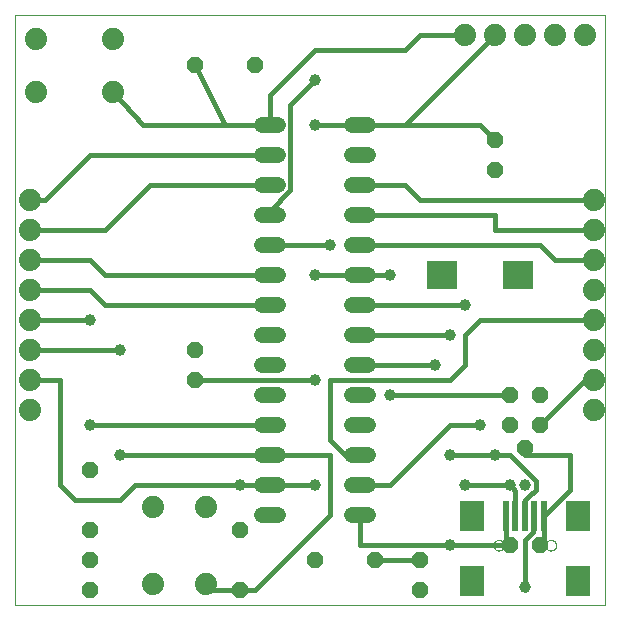
<source format=gtl>
G75*
%MOIN*%
%OFA0B0*%
%FSLAX25Y25*%
%IPPOS*%
%LPD*%
%AMOC8*
5,1,8,0,0,1.08239X$1,22.5*
%
%ADD10C,0.00000*%
%ADD11OC8,0.05200*%
%ADD12R,0.10236X0.09449*%
%ADD13C,0.05200*%
%ADD14R,0.01969X0.09843*%
%ADD15R,0.07874X0.09843*%
%ADD16C,0.07400*%
%ADD17C,0.01600*%
%ADD18C,0.03962*%
D10*
X0001800Y0023186D02*
X0001800Y0220037D01*
X0198650Y0220037D01*
X0198650Y0023186D01*
X0001800Y0023186D01*
X0161367Y0043186D02*
X0161369Y0043270D01*
X0161375Y0043353D01*
X0161385Y0043436D01*
X0161399Y0043519D01*
X0161416Y0043601D01*
X0161438Y0043682D01*
X0161463Y0043761D01*
X0161492Y0043840D01*
X0161525Y0043917D01*
X0161561Y0043992D01*
X0161601Y0044066D01*
X0161644Y0044138D01*
X0161691Y0044207D01*
X0161741Y0044274D01*
X0161794Y0044339D01*
X0161850Y0044401D01*
X0161908Y0044461D01*
X0161970Y0044518D01*
X0162034Y0044571D01*
X0162101Y0044622D01*
X0162170Y0044669D01*
X0162241Y0044714D01*
X0162314Y0044754D01*
X0162389Y0044791D01*
X0162466Y0044825D01*
X0162544Y0044855D01*
X0162623Y0044881D01*
X0162704Y0044904D01*
X0162786Y0044922D01*
X0162868Y0044937D01*
X0162951Y0044948D01*
X0163034Y0044955D01*
X0163118Y0044958D01*
X0163202Y0044957D01*
X0163285Y0044952D01*
X0163369Y0044943D01*
X0163451Y0044930D01*
X0163533Y0044914D01*
X0163614Y0044893D01*
X0163695Y0044869D01*
X0163773Y0044841D01*
X0163851Y0044809D01*
X0163927Y0044773D01*
X0164001Y0044734D01*
X0164073Y0044692D01*
X0164143Y0044646D01*
X0164211Y0044597D01*
X0164276Y0044545D01*
X0164339Y0044490D01*
X0164399Y0044432D01*
X0164457Y0044371D01*
X0164511Y0044307D01*
X0164563Y0044241D01*
X0164611Y0044173D01*
X0164656Y0044102D01*
X0164697Y0044029D01*
X0164736Y0043955D01*
X0164770Y0043879D01*
X0164801Y0043801D01*
X0164828Y0043722D01*
X0164852Y0043641D01*
X0164871Y0043560D01*
X0164887Y0043478D01*
X0164899Y0043395D01*
X0164907Y0043311D01*
X0164911Y0043228D01*
X0164911Y0043144D01*
X0164907Y0043061D01*
X0164899Y0042977D01*
X0164887Y0042894D01*
X0164871Y0042812D01*
X0164852Y0042731D01*
X0164828Y0042650D01*
X0164801Y0042571D01*
X0164770Y0042493D01*
X0164736Y0042417D01*
X0164697Y0042343D01*
X0164656Y0042270D01*
X0164611Y0042199D01*
X0164563Y0042131D01*
X0164511Y0042065D01*
X0164457Y0042001D01*
X0164399Y0041940D01*
X0164339Y0041882D01*
X0164276Y0041827D01*
X0164211Y0041775D01*
X0164143Y0041726D01*
X0164073Y0041680D01*
X0164001Y0041638D01*
X0163927Y0041599D01*
X0163851Y0041563D01*
X0163773Y0041531D01*
X0163695Y0041503D01*
X0163614Y0041479D01*
X0163533Y0041458D01*
X0163451Y0041442D01*
X0163369Y0041429D01*
X0163285Y0041420D01*
X0163202Y0041415D01*
X0163118Y0041414D01*
X0163034Y0041417D01*
X0162951Y0041424D01*
X0162868Y0041435D01*
X0162786Y0041450D01*
X0162704Y0041468D01*
X0162623Y0041491D01*
X0162544Y0041517D01*
X0162466Y0041547D01*
X0162389Y0041581D01*
X0162314Y0041618D01*
X0162241Y0041658D01*
X0162170Y0041703D01*
X0162101Y0041750D01*
X0162034Y0041801D01*
X0161970Y0041854D01*
X0161908Y0041911D01*
X0161850Y0041971D01*
X0161794Y0042033D01*
X0161741Y0042098D01*
X0161691Y0042165D01*
X0161644Y0042234D01*
X0161601Y0042306D01*
X0161561Y0042380D01*
X0161525Y0042455D01*
X0161492Y0042532D01*
X0161463Y0042611D01*
X0161438Y0042690D01*
X0161416Y0042771D01*
X0161399Y0042853D01*
X0161385Y0042936D01*
X0161375Y0043019D01*
X0161369Y0043102D01*
X0161367Y0043186D01*
X0178689Y0043186D02*
X0178691Y0043270D01*
X0178697Y0043353D01*
X0178707Y0043436D01*
X0178721Y0043519D01*
X0178738Y0043601D01*
X0178760Y0043682D01*
X0178785Y0043761D01*
X0178814Y0043840D01*
X0178847Y0043917D01*
X0178883Y0043992D01*
X0178923Y0044066D01*
X0178966Y0044138D01*
X0179013Y0044207D01*
X0179063Y0044274D01*
X0179116Y0044339D01*
X0179172Y0044401D01*
X0179230Y0044461D01*
X0179292Y0044518D01*
X0179356Y0044571D01*
X0179423Y0044622D01*
X0179492Y0044669D01*
X0179563Y0044714D01*
X0179636Y0044754D01*
X0179711Y0044791D01*
X0179788Y0044825D01*
X0179866Y0044855D01*
X0179945Y0044881D01*
X0180026Y0044904D01*
X0180108Y0044922D01*
X0180190Y0044937D01*
X0180273Y0044948D01*
X0180356Y0044955D01*
X0180440Y0044958D01*
X0180524Y0044957D01*
X0180607Y0044952D01*
X0180691Y0044943D01*
X0180773Y0044930D01*
X0180855Y0044914D01*
X0180936Y0044893D01*
X0181017Y0044869D01*
X0181095Y0044841D01*
X0181173Y0044809D01*
X0181249Y0044773D01*
X0181323Y0044734D01*
X0181395Y0044692D01*
X0181465Y0044646D01*
X0181533Y0044597D01*
X0181598Y0044545D01*
X0181661Y0044490D01*
X0181721Y0044432D01*
X0181779Y0044371D01*
X0181833Y0044307D01*
X0181885Y0044241D01*
X0181933Y0044173D01*
X0181978Y0044102D01*
X0182019Y0044029D01*
X0182058Y0043955D01*
X0182092Y0043879D01*
X0182123Y0043801D01*
X0182150Y0043722D01*
X0182174Y0043641D01*
X0182193Y0043560D01*
X0182209Y0043478D01*
X0182221Y0043395D01*
X0182229Y0043311D01*
X0182233Y0043228D01*
X0182233Y0043144D01*
X0182229Y0043061D01*
X0182221Y0042977D01*
X0182209Y0042894D01*
X0182193Y0042812D01*
X0182174Y0042731D01*
X0182150Y0042650D01*
X0182123Y0042571D01*
X0182092Y0042493D01*
X0182058Y0042417D01*
X0182019Y0042343D01*
X0181978Y0042270D01*
X0181933Y0042199D01*
X0181885Y0042131D01*
X0181833Y0042065D01*
X0181779Y0042001D01*
X0181721Y0041940D01*
X0181661Y0041882D01*
X0181598Y0041827D01*
X0181533Y0041775D01*
X0181465Y0041726D01*
X0181395Y0041680D01*
X0181323Y0041638D01*
X0181249Y0041599D01*
X0181173Y0041563D01*
X0181095Y0041531D01*
X0181017Y0041503D01*
X0180936Y0041479D01*
X0180855Y0041458D01*
X0180773Y0041442D01*
X0180691Y0041429D01*
X0180607Y0041420D01*
X0180524Y0041415D01*
X0180440Y0041414D01*
X0180356Y0041417D01*
X0180273Y0041424D01*
X0180190Y0041435D01*
X0180108Y0041450D01*
X0180026Y0041468D01*
X0179945Y0041491D01*
X0179866Y0041517D01*
X0179788Y0041547D01*
X0179711Y0041581D01*
X0179636Y0041618D01*
X0179563Y0041658D01*
X0179492Y0041703D01*
X0179423Y0041750D01*
X0179356Y0041801D01*
X0179292Y0041854D01*
X0179230Y0041911D01*
X0179172Y0041971D01*
X0179116Y0042033D01*
X0179063Y0042098D01*
X0179013Y0042165D01*
X0178966Y0042234D01*
X0178923Y0042306D01*
X0178883Y0042380D01*
X0178847Y0042455D01*
X0178814Y0042532D01*
X0178785Y0042611D01*
X0178760Y0042690D01*
X0178738Y0042771D01*
X0178721Y0042853D01*
X0178707Y0042936D01*
X0178697Y0043019D01*
X0178691Y0043102D01*
X0178689Y0043186D01*
D11*
X0176800Y0043186D03*
X0166800Y0043186D03*
X0136800Y0038186D03*
X0136800Y0028186D03*
X0121800Y0038186D03*
X0101800Y0038186D03*
X0076800Y0028186D03*
X0076800Y0048186D03*
X0061800Y0098186D03*
X0061800Y0108186D03*
X0026800Y0068186D03*
X0026800Y0048186D03*
X0026800Y0038186D03*
X0026800Y0028186D03*
X0161800Y0168186D03*
X0161800Y0178186D03*
X0166800Y0093186D03*
X0166800Y0083186D03*
X0171800Y0075686D03*
X0176800Y0083186D03*
X0176800Y0093186D03*
X0081800Y0203186D03*
X0061800Y0203186D03*
D12*
X0144202Y0133186D03*
X0169398Y0133186D03*
D13*
X0119400Y0133186D02*
X0114200Y0133186D01*
X0114200Y0143186D02*
X0119400Y0143186D01*
X0119400Y0153186D02*
X0114200Y0153186D01*
X0114200Y0163186D02*
X0119400Y0163186D01*
X0119400Y0173186D02*
X0114200Y0173186D01*
X0114200Y0183186D02*
X0119400Y0183186D01*
X0089400Y0183186D02*
X0084200Y0183186D01*
X0084200Y0173186D02*
X0089400Y0173186D01*
X0089400Y0163186D02*
X0084200Y0163186D01*
X0084200Y0153186D02*
X0089400Y0153186D01*
X0089400Y0143186D02*
X0084200Y0143186D01*
X0084200Y0133186D02*
X0089400Y0133186D01*
X0089400Y0123186D02*
X0084200Y0123186D01*
X0084200Y0113186D02*
X0089400Y0113186D01*
X0089400Y0103186D02*
X0084200Y0103186D01*
X0084200Y0093186D02*
X0089400Y0093186D01*
X0089400Y0083186D02*
X0084200Y0083186D01*
X0084200Y0073186D02*
X0089400Y0073186D01*
X0089400Y0063186D02*
X0084200Y0063186D01*
X0084200Y0053186D02*
X0089400Y0053186D01*
X0114200Y0053186D02*
X0119400Y0053186D01*
X0119400Y0063186D02*
X0114200Y0063186D01*
X0114200Y0073186D02*
X0119400Y0073186D01*
X0119400Y0083186D02*
X0114200Y0083186D01*
X0114200Y0093186D02*
X0119400Y0093186D01*
X0119400Y0103186D02*
X0114200Y0103186D01*
X0114200Y0113186D02*
X0119400Y0113186D01*
X0119400Y0123186D02*
X0114200Y0123186D01*
D14*
X0165501Y0053029D03*
X0168650Y0053029D03*
X0171800Y0053029D03*
X0174950Y0053029D03*
X0178099Y0053029D03*
D15*
X0189517Y0053029D03*
X0189517Y0031375D03*
X0154083Y0031375D03*
X0154083Y0053029D03*
D16*
X0194800Y0088186D03*
X0194800Y0098186D03*
X0194800Y0108186D03*
X0194800Y0118186D03*
X0194800Y0128186D03*
X0194800Y0138186D03*
X0194800Y0148186D03*
X0194800Y0158186D03*
X0191800Y0213186D03*
X0181800Y0213186D03*
X0171800Y0213186D03*
X0161800Y0213186D03*
X0151800Y0213186D03*
X0034600Y0212086D03*
X0034600Y0194286D03*
X0009000Y0194286D03*
X0009000Y0212086D03*
X0006800Y0158186D03*
X0006800Y0148186D03*
X0006800Y0138186D03*
X0006800Y0128186D03*
X0006800Y0118186D03*
X0006800Y0108186D03*
X0006800Y0098186D03*
X0006800Y0088186D03*
X0047900Y0055986D03*
X0065700Y0055986D03*
X0065700Y0030386D03*
X0047900Y0030386D03*
D17*
X0065700Y0030386D02*
X0065700Y0028186D01*
X0076800Y0028186D01*
X0081800Y0028186D01*
X0106800Y0053186D01*
X0106800Y0073186D01*
X0086800Y0073186D01*
X0036800Y0073186D01*
X0026800Y0083186D02*
X0086800Y0083186D01*
X0101800Y0098186D02*
X0061800Y0098186D01*
X0086800Y0123186D02*
X0031800Y0123186D01*
X0026800Y0128186D01*
X0006800Y0128186D01*
X0006800Y0118186D02*
X0026800Y0118186D01*
X0036800Y0108186D02*
X0006800Y0108186D01*
X0006800Y0098186D02*
X0016800Y0098186D01*
X0016800Y0063186D01*
X0021800Y0058186D01*
X0036800Y0058186D01*
X0041800Y0063186D01*
X0075200Y0063186D01*
X0078400Y0063186D02*
X0086800Y0063186D01*
X0101800Y0063186D01*
X0111800Y0073186D02*
X0106800Y0078186D01*
X0106800Y0098186D01*
X0146800Y0098186D01*
X0151800Y0103186D01*
X0151800Y0113186D01*
X0156800Y0118186D01*
X0186800Y0118186D01*
X0194800Y0118186D01*
X0193850Y0118186D02*
X0186800Y0118186D01*
X0191800Y0098186D02*
X0176800Y0083186D01*
X0171800Y0075686D02*
X0171800Y0073186D01*
X0186800Y0073186D01*
X0186800Y0061730D01*
X0178099Y0053029D01*
X0178099Y0043186D01*
X0176800Y0043186D01*
X0174384Y0047445D02*
X0171800Y0044861D01*
X0171800Y0029167D01*
X0171800Y0028186D01*
X0166800Y0043186D02*
X0165501Y0043186D01*
X0165501Y0053029D01*
X0168650Y0053029D02*
X0168650Y0061271D01*
X0168219Y0061703D01*
X0168219Y0061767D01*
X0166800Y0063186D01*
X0151800Y0063186D01*
X0146800Y0073186D02*
X0161800Y0073186D01*
X0166800Y0073186D01*
X0173219Y0066767D01*
X0173283Y0066767D01*
X0175381Y0064670D01*
X0175381Y0061703D01*
X0173283Y0059605D01*
X0173219Y0059605D01*
X0171800Y0058186D01*
X0174950Y0053029D02*
X0174384Y0052463D01*
X0174384Y0047445D01*
X0166800Y0043186D02*
X0146800Y0043186D01*
X0116800Y0043186D01*
X0116800Y0053186D01*
X0116800Y0063186D02*
X0126800Y0063186D01*
X0146800Y0083186D01*
X0156800Y0083186D01*
X0166800Y0093186D02*
X0126800Y0093186D01*
X0116800Y0103186D02*
X0141800Y0103186D01*
X0146800Y0113186D02*
X0116800Y0113186D01*
X0116800Y0123186D02*
X0151800Y0123186D01*
X0161800Y0148186D02*
X0161800Y0153186D01*
X0116800Y0153186D01*
X0116800Y0163186D02*
X0131800Y0163186D01*
X0136800Y0158186D01*
X0196800Y0158186D01*
X0196800Y0148186D02*
X0161800Y0148186D01*
X0176800Y0143186D02*
X0181800Y0138186D01*
X0191800Y0138186D01*
X0176800Y0143186D02*
X0116800Y0143186D01*
X0116800Y0133186D02*
X0101800Y0133186D01*
X0106800Y0143186D02*
X0086800Y0143186D01*
X0086800Y0133186D02*
X0031800Y0133186D01*
X0026800Y0138186D01*
X0006800Y0138186D01*
X0006800Y0148186D02*
X0031800Y0148186D01*
X0046800Y0163186D01*
X0086800Y0163186D01*
X0093600Y0161447D02*
X0093600Y0189986D01*
X0101800Y0198186D01*
X0101800Y0208186D02*
X0131800Y0208186D01*
X0136800Y0213186D01*
X0151800Y0213186D01*
X0161800Y0213186D02*
X0131800Y0183186D01*
X0116800Y0183186D01*
X0156800Y0183186D01*
X0161800Y0178186D01*
X0126800Y0133186D02*
X0116800Y0133186D01*
X0093600Y0161447D02*
X0086800Y0154647D01*
X0086800Y0153186D01*
X0086800Y0173186D02*
X0026800Y0173186D01*
X0011800Y0158186D01*
X0006800Y0158186D01*
X0044600Y0183186D02*
X0034600Y0194286D01*
X0044600Y0183186D02*
X0071800Y0183186D01*
X0061800Y0203186D01*
X0071800Y0183186D02*
X0086800Y0183186D01*
X0086800Y0193186D01*
X0101800Y0208186D01*
X0101800Y0183186D02*
X0116800Y0183186D01*
X0191800Y0098186D02*
X0194800Y0098186D01*
X0136800Y0038186D02*
X0121800Y0038186D01*
X0116800Y0073186D02*
X0111800Y0073186D01*
D18*
X0101800Y0063186D03*
X0076800Y0063186D03*
X0101800Y0098186D03*
X0126800Y0093186D03*
X0141800Y0103186D03*
X0146800Y0113186D03*
X0151800Y0123186D03*
X0126800Y0133186D03*
X0106800Y0143186D03*
X0101800Y0133186D03*
X0101800Y0183186D03*
X0101800Y0198186D03*
X0026800Y0118186D03*
X0036800Y0108186D03*
X0026800Y0083186D03*
X0036800Y0073186D03*
X0146800Y0073186D03*
X0151800Y0063186D03*
X0161800Y0073186D03*
X0156800Y0083186D03*
X0166800Y0063186D03*
X0171800Y0063186D03*
X0146800Y0043186D03*
X0171800Y0029167D03*
M02*

</source>
